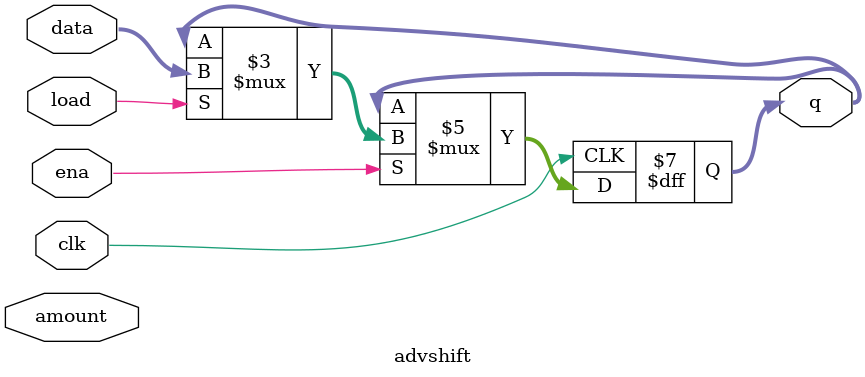
<source format=v>
module advshift(input clk,
input load,
input ena,
input [1:0] amount,
input [63:0] data,
output reg [63:0] q); 
// when load is high, assign data[63:0] to shift register q.
// if ena is high, shift q.
// amount: Chooses which direction and how much to shift.
// 2'b00: shift left by 1 bit.
// 2'b01: shift left by 8 bits.
// 2'b10: shift right by 1 bit.
// 2'b11: shift right by 8 bits.


// Synchronous load
// When load is high, assign data[63:0] to shift register q.
// if ena is high, shift q.
// amount: Chooses which direction and how much to shift.
// 2'b00: shift left by 1 bit.
// 2'b01: shift left by 8 bits.
// 2'b10: shift right by 1 bit.
// 2'b11: shift right by 8 bits.

always @(posedge clk) begin
  if (ena) begin
    if (load)
      q <= data[63:0];
    else
      q <= q;
  end
end
endmodule

</source>
